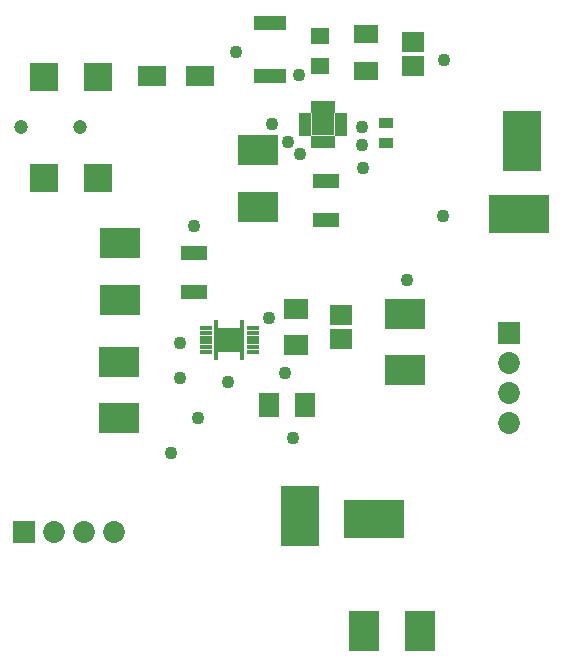
<source format=gbr>
G04*
G04 #@! TF.GenerationSoftware,Altium Limited,Altium Designer,24.9.1 (31)*
G04*
G04 Layer_Color=8388736*
%FSLAX44Y44*%
%MOMM*%
G71*
G04*
G04 #@! TF.SameCoordinates,A5FDB0DF-61DD-428A-86FC-16637F0B46B7*
G04*
G04*
G04 #@! TF.FilePolarity,Negative*
G04*
G01*
G75*
%ADD19R,1.3082X0.8065*%
%ADD22R,1.6500X1.4000*%
%ADD32R,3.5032X2.6532*%
%ADD33R,1.0532X0.4032*%
%ADD34R,2.1532X2.1532*%
%ADD35R,0.4532X3.5032*%
%ADD36R,2.2532X1.3032*%
%ADD37R,2.4032X1.7532*%
%ADD38R,2.6532X3.5032*%
%ADD39R,2.0032X1.5032*%
%ADD40R,1.9532X1.9532*%
%ADD41R,0.5032X1.0032*%
%ADD42R,1.0032X0.5032*%
%ADD43R,2.8032X1.2532*%
%ADD44R,2.4032X2.4032*%
%ADD45R,1.8532X1.6532*%
%ADD46R,2.1032X1.7032*%
%ADD47R,1.7032X2.1032*%
%ADD48C,1.2032*%
%ADD49R,5.2032X3.2032*%
%ADD50R,3.2032X5.2032*%
%ADD51R,1.8532X1.8532*%
%ADD52C,1.8532*%
%ADD53R,1.8532X1.8532*%
%ADD54C,1.0922*%
D19*
X1012190Y881761D02*
D03*
Y898779D02*
D03*
D22*
X956310Y973120D02*
D03*
Y947120D02*
D03*
D32*
X1028700Y737740D02*
D03*
Y689740D02*
D03*
X904240Y828170D02*
D03*
Y876170D02*
D03*
X786130Y697100D02*
D03*
Y649100D02*
D03*
X787400Y797430D02*
D03*
Y749430D02*
D03*
D33*
X899290Y705360D02*
D03*
Y709360D02*
D03*
Y713360D02*
D03*
Y717360D02*
D03*
Y721360D02*
D03*
Y725360D02*
D03*
X859790D02*
D03*
Y721360D02*
D03*
Y717360D02*
D03*
Y713360D02*
D03*
Y709360D02*
D03*
Y705360D02*
D03*
D34*
X879540Y715360D02*
D03*
D35*
X868540D02*
D03*
X890540D02*
D03*
D36*
X849630Y788660D02*
D03*
Y755660D02*
D03*
X961390Y849620D02*
D03*
Y816620D02*
D03*
D37*
X854890Y938530D02*
D03*
X813890D02*
D03*
D38*
X993270Y468630D02*
D03*
X1041270D02*
D03*
D39*
X995680Y974350D02*
D03*
Y943350D02*
D03*
D40*
X958850Y897890D02*
D03*
D41*
X951350Y912890D02*
D03*
X956350D02*
D03*
X961350D02*
D03*
X966350D02*
D03*
Y882890D02*
D03*
X961350D02*
D03*
X956350D02*
D03*
X951350D02*
D03*
D42*
X973850Y905390D02*
D03*
Y900390D02*
D03*
Y895390D02*
D03*
Y890390D02*
D03*
X943850D02*
D03*
Y895390D02*
D03*
Y900390D02*
D03*
Y905390D02*
D03*
D43*
X914400Y938890D02*
D03*
Y983890D02*
D03*
D44*
X723110Y852350D02*
D03*
Y938350D02*
D03*
X768110D02*
D03*
Y852350D02*
D03*
D45*
X1035050Y967830D02*
D03*
Y947330D02*
D03*
X974090Y736690D02*
D03*
Y716190D02*
D03*
D46*
X935990Y741440D02*
D03*
Y711440D02*
D03*
D47*
X913370Y660400D02*
D03*
X943370D02*
D03*
D48*
X703110Y895350D02*
D03*
X753110D02*
D03*
D49*
X1125220Y821690D02*
D03*
X1002030Y563880D02*
D03*
D50*
X1127760Y883920D02*
D03*
X939800Y566420D02*
D03*
D51*
X1116330Y721360D02*
D03*
D52*
Y695960D02*
D03*
Y670560D02*
D03*
Y645160D02*
D03*
X731520Y552450D02*
D03*
X756920D02*
D03*
X782320D02*
D03*
D53*
X706120D02*
D03*
D54*
X885190Y958850D02*
D03*
X939800Y872490D02*
D03*
X929640Y882650D02*
D03*
X938530Y939800D02*
D03*
X933450Y632460D02*
D03*
X853310Y649100D02*
D03*
X838200Y683260D02*
D03*
X878840Y679450D02*
D03*
X830580Y619760D02*
D03*
X838200Y712470D02*
D03*
X913130Y734060D02*
D03*
X927100Y687070D02*
D03*
X1029970Y765810D02*
D03*
X991870Y880110D02*
D03*
X993140Y861060D02*
D03*
X849630Y811530D02*
D03*
X915670Y897890D02*
D03*
X991870Y895350D02*
D03*
X1060450Y820420D02*
D03*
X1061720Y952500D02*
D03*
M02*

</source>
